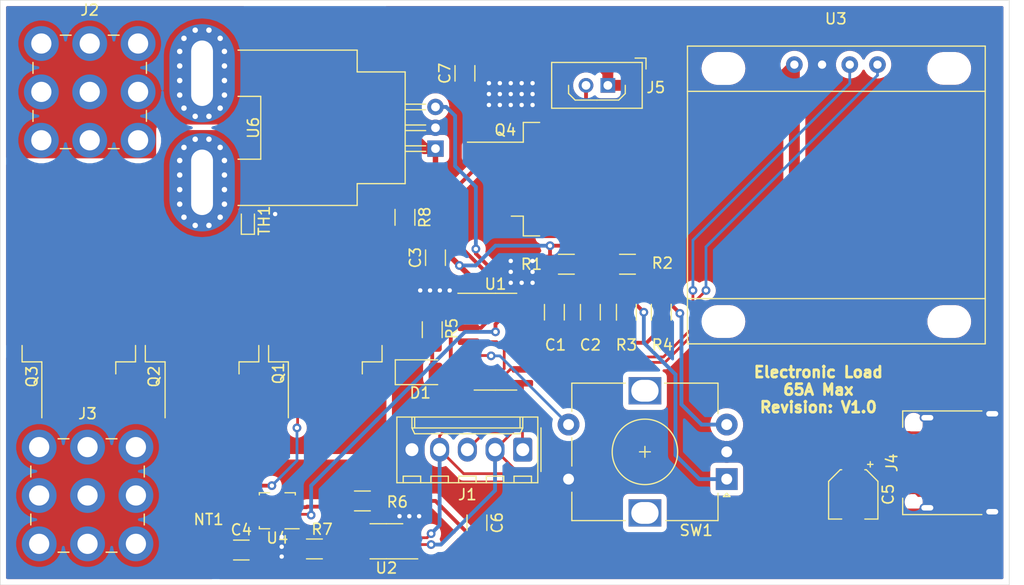
<source format=kicad_pcb>
(kicad_pcb (version 20171130) (host pcbnew "(5.1.9)-1")
  (layers (0 F.Cu signal) (31 B.Cu signal) (34 B.Paste user) (35 F.Paste user) (36 B.SilkS user) (37 F.SilkS user) (38 B.Mask user) (39 F.Mask user) (44 Edge.Cuts user))
  (net 0 "")
  (net 1 EncA)
  (net 2 RETURN)
  (net 3 EncB)
  (net 4 "Net-(D1-Pad2)")
  (net 5 +5V)
  (net 6 SCL)
  (net 7 MISO)
  (net 8 SDA_MOSI)
  (net 9 RESET)
  (net 10 Gate)
  (net 11 Fan_Pin)
  (net 12 "Net-(R5-Pad1)")
  (net 13 Tout)
  (net 14 Enc_SW)
  (net 15 Vout)
  (net 16 "Net-(U2-Pad1)")
  (net 17 "Net-(U2-Pad6)")
  (net 18 GND)
  (net 19 "Net-(J4-PadA2)")
  (net 20 "Net-(J4-PadA3)")
  (net 21 "Net-(J4-PadA5)")
  (net 22 "Net-(J4-PadA6)")
  (net 23 "Net-(J4-PadA7)")
  (net 24 "Net-(J4-PadA10)")
  (net 25 "Net-(J4-PadA8)")
  (net 26 "Net-(J4-PadA11)")
  (net 27 "Net-(J4-PadB2)")
  (net 28 "Net-(J4-PadB3)")
  (net 29 "Net-(J4-PadB5)")
  (net 30 "Net-(J4-PadB6)")
  (net 31 "Net-(J4-PadB7)")
  (net 32 "Net-(J4-PadB8)")
  (net 33 "Net-(J4-PadB10)")
  (net 34 "Net-(J4-PadB11)")
  (net 35 "Net-(J5-Pad2)")
  (net 36 "Net-(R6-Pad2)")
  (net 37 "Net-(R7-Pad1)")
  (net 38 "Net-(U4-Pad1)")
  (net 39 "Net-(U4-Pad5)")
  (net 40 "Net-(U4-Pad8)")
  (net 41 /Load_In)
  (net 42 /MOSFET_Drain)
  (net 43 /A)
  (net 44 /B)
  (net 45 "Net-(U1-Pad10)")
  (module OLED:SSD1306_OLED (layer F.Cu) (at 148.9 46.9)
    (fp_text reference U3 (at 13.6 -2.5) (layer F.SilkS))
    (fp_text value SSD1306)
    (pad 1 thru_hole circle (at 9.8 1.7) (size 1.524 1.524) (drill 0.762) (layers *.Cu *.Mask) (net 5 +5V))
    (pad 2 thru_hole circle (at 12.34 1.7) (size 1.524 1.524) (drill 0.762) (layers *.Cu *.Mask) (net 18 GND))
    (pad 3 thru_hole circle (at 14.88 1.7) (size 1.524 1.524) (drill 0.762) (layers *.Cu *.Mask) (net 6 SCL))
    (pad 4 thru_hole circle (at 17.42 1.7) (size 1.524 1.524) (drill 0.762) (layers *.Cu *.Mask) (net 8 SDA_MOSI))
    (pad "" np_thru_hole oval (at 24 2.05) (size 3 2) (drill oval 3 2) (layers *.Cu *.Mask))
    (pad "" np_thru_hole oval (at 3.3 2.05) (size 3 2) (drill oval 3 2) (layers *.Cu *.Mask))
    (pad "" np_thru_hole oval (at 3.3 25.25) (size 3 2) (drill oval 3 2) (layers *.Cu *.Mask))
    (pad "" np_thru_hole oval (at 24 25.25) (size 3 2) (drill oval 3 2) (layers *.Cu *.Mask))
  )
  (module Connector_Molex:Molex_KK-254_AE-6410-05A_1x05_P2.54mm_Vertical (layer F.Cu) (at 133.8 83.9 180)
    (fp_text reference J1 (at 5.08 -4.12) (layer F.SilkS))
    (fp_text value "Programming Header")
    (pad 1 thru_hole roundrect (at 0 0 180) (size 1.74 2.19) (drill 1.19) (layers *.Cu *.Mask) (roundrect_rratio 0.143678) (net 7 MISO))
    (pad 2 thru_hole oval (at 2.54 0 180) (size 1.74 2.19) (drill 1.19) (layers *.Cu *.Mask) (net 6 SCL))
    (pad 3 thru_hole oval (at 5.08 0 180) (size 1.74 2.19) (drill 1.19) (layers *.Cu *.Mask) (net 9 RESET))
    (pad 4 thru_hole oval (at 7.62 0 180) (size 1.74 2.19) (drill 1.19) (layers *.Cu *.Mask) (net 8 SDA_MOSI))
    (pad 5 thru_hole oval (at 10.16 0 180) (size 1.74 2.19) (drill 1.19) (layers *.Cu *.Mask) (net 18 GND))
  )
  (module Capacitor_SMD:C_1206_3216Metric (layer F.Cu) (at 136.7 71.3 90)
    (fp_text reference C1 (at -3 0.1 180) (layer F.SilkS))
    (fp_text value 0.01uF)
    (pad 1 smd roundrect (at -1.475 0 90) (size 1.15 1.8) (layers F.Cu F.Paste F.Mask) (roundrect_rratio 0.217391) (net 1 EncA))
    (pad 2 smd roundrect (at 1.475 0 90) (size 1.15 1.8) (layers F.Cu F.Paste F.Mask) (roundrect_rratio 0.217391) (net 18 GND))
  )
  (module Capacitor_SMD:C_1206_3216Metric (layer F.Cu) (at 140 71.3 270)
    (fp_text reference C2 (at 3 0 180) (layer F.SilkS))
    (fp_text value 0.01uF)
    (pad 2 smd roundrect (at 1.475 0 270) (size 1.15 1.8) (layers F.Cu F.Paste F.Mask) (roundrect_rratio 0.217391) (net 3 EncB))
    (pad 1 smd roundrect (at -1.475 0 270) (size 1.15 1.8) (layers F.Cu F.Paste F.Mask) (roundrect_rratio 0.217391) (net 18 GND))
  )
  (module LED_SMD:LED_1206_3216Metric (layer F.Cu) (at 124.4 76.8)
    (fp_text reference D1 (at 0 1.9) (layer F.SilkS))
    (fp_text value Red)
    (pad 1 smd roundrect (at -1.4 0) (size 1.25 1.75) (layers F.Cu F.Paste F.Mask) (roundrect_rratio 0.2) (net 18 GND))
    (pad 2 smd roundrect (at 1.4 0) (size 1.25 1.75) (layers F.Cu F.Paste F.Mask) (roundrect_rratio 0.2) (net 4 "Net-(D1-Pad2)"))
  )
  (module TerminalBlock_Wuerth:Wuerth_REDCUBE-THR_WP-THRBU_74650195_THR (layer F.Cu) (at 94.1 51.1)
    (fp_text reference J2 (at 0 -7.5) (layer F.SilkS))
    (fp_text value Load_IN)
    (pad 1 thru_hole circle (at 0 0) (size 3.2 3.2) (drill 1.85) (layers *.Cu *.Mask) (net 41 /Load_In))
    (pad 1 thru_hole circle (at 0 4.435) (size 3.2 3.2) (drill 1.85) (layers *.Cu *.Mask) (net 41 /Load_In))
    (pad 1 thru_hole circle (at 4.435 0) (size 3.2 3.2) (drill 1.85) (layers *.Cu *.Mask) (net 41 /Load_In))
    (pad 1 thru_hole circle (at 0 -4.435) (size 3.2 3.2) (drill 1.85) (layers *.Cu *.Mask) (net 41 /Load_In))
    (pad 1 thru_hole circle (at -4.435 0) (size 3.2 3.2) (drill 1.85) (layers *.Cu *.Mask) (net 41 /Load_In))
    (pad 1 thru_hole circle (at -4.435 4.435) (size 3.2 3.2) (drill 1.85) (layers *.Cu *.Mask) (net 41 /Load_In))
    (pad 1 thru_hole circle (at -4.435 -4.435) (size 3.2 3.2) (drill 1.85) (layers *.Cu *.Mask) (net 41 /Load_In))
    (pad 1 thru_hole circle (at 4.435 -4.435) (size 3.2 3.2) (drill 1.85) (layers *.Cu *.Mask) (net 41 /Load_In))
    (pad 1 thru_hole circle (at 4.435 4.435) (size 3.2 3.2) (drill 1.85) (layers *.Cu *.Mask) (net 41 /Load_In))
  )
  (module Connector_Harwin:Harwin_LTek-Male_02_P2.00mm_Vertical (layer F.Cu) (at 141.6 50.5 180)
    (fp_text reference J5 (at -4.4 -0.2) (layer F.SilkS))
    (fp_text value "Fan Connector")
    (pad 1 thru_hole rect (at 0 0 180) (size 1.35 1.35) (drill 0.8) (layers *.Cu *.Mask) (net 5 +5V))
    (pad 2 thru_hole circle (at 2 0 180) (size 1.35 1.35) (drill 0.8) (layers *.Cu *.Mask) (net 35 "Net-(J5-Pad2)"))
  )
  (module TerminalBlock_Wuerth:Wuerth_REDCUBE-THR_WP-THRBU_74650195_THR (layer F.Cu) (at 93.9 88.1)
    (fp_text reference J3 (at 0 -7.5) (layer F.SilkS))
    (fp_text value Load_OUT)
    (pad 1 thru_hole circle (at 4.435 4.435) (size 3.2 3.2) (drill 1.85) (layers *.Cu *.Mask) (net 2 RETURN))
    (pad 1 thru_hole circle (at 4.435 -4.435) (size 3.2 3.2) (drill 1.85) (layers *.Cu *.Mask) (net 2 RETURN))
    (pad 1 thru_hole circle (at -4.435 -4.435) (size 3.2 3.2) (drill 1.85) (layers *.Cu *.Mask) (net 2 RETURN))
    (pad 1 thru_hole circle (at -4.435 4.435) (size 3.2 3.2) (drill 1.85) (layers *.Cu *.Mask) (net 2 RETURN))
    (pad 1 thru_hole circle (at -4.435 0) (size 3.2 3.2) (drill 1.85) (layers *.Cu *.Mask) (net 2 RETURN))
    (pad 1 thru_hole circle (at 0 -4.435) (size 3.2 3.2) (drill 1.85) (layers *.Cu *.Mask) (net 2 RETURN))
    (pad 1 thru_hole circle (at 4.435 0) (size 3.2 3.2) (drill 1.85) (layers *.Cu *.Mask) (net 2 RETURN))
    (pad 1 thru_hole circle (at 0 4.435) (size 3.2 3.2) (drill 1.85) (layers *.Cu *.Mask) (net 2 RETURN))
    (pad 1 thru_hole circle (at 0 0) (size 3.2 3.2) (drill 1.85) (layers *.Cu *.Mask) (net 2 RETURN))
  )
  (module Connector_USB:USB_C_Receptacle_Amphenol_12401610E4-2A (layer F.Cu) (at 174 85.1 90)
    (fp_text reference J4 (at 0 -6.36 90) (layer F.SilkS))
    (fp_text value USB_C_Receptacle)
    (pad S1 thru_hole oval (at -4.13 -3.11 90) (size 0.8 1.4) (drill oval 0.5 1.1) (layers *.Cu *.Mask) (net 18 GND))
    (pad A1 smd rect (at -2.75 -5.02 90) (size 0.3 0.7) (layers F.Cu F.Paste F.Mask) (net 18 GND))
    (pad A2 smd rect (at -2.25 -5.02 90) (size 0.3 0.7) (layers F.Cu F.Paste F.Mask) (net 19 "Net-(J4-PadA2)"))
    (pad A3 smd rect (at -1.75 -5.02 90) (size 0.3 0.7) (layers F.Cu F.Paste F.Mask) (net 20 "Net-(J4-PadA3)"))
    (pad A4 smd rect (at -1.25 -5.02 90) (size 0.3 0.7) (layers F.Cu F.Paste F.Mask) (net 5 +5V))
    (pad A5 smd rect (at -0.75 -5.02 90) (size 0.3 0.7) (layers F.Cu F.Paste F.Mask) (net 21 "Net-(J4-PadA5)"))
    (pad A6 smd rect (at -0.25 -5.02 90) (size 0.3 0.7) (layers F.Cu F.Paste F.Mask) (net 22 "Net-(J4-PadA6)"))
    (pad A7 smd rect (at 0.25 -5.02 90) (size 0.3 0.7) (layers F.Cu F.Paste F.Mask) (net 23 "Net-(J4-PadA7)"))
    (pad A12 smd rect (at 2.75 -5.02 90) (size 0.3 0.7) (layers F.Cu F.Paste F.Mask) (net 18 GND))
    (pad A10 smd rect (at 1.75 -5.02 90) (size 0.3 0.7) (layers F.Cu F.Paste F.Mask) (net 24 "Net-(J4-PadA10)"))
    (pad A9 smd rect (at 1.25 -5.02 90) (size 0.3 0.7) (layers F.Cu F.Paste F.Mask) (net 5 +5V))
    (pad A8 smd rect (at 0.75 -5.02 90) (size 0.3 0.7) (layers F.Cu F.Paste F.Mask) (net 25 "Net-(J4-PadA8)"))
    (pad A11 smd rect (at 2.25 -5.02 90) (size 0.3 0.7) (layers F.Cu F.Paste F.Mask) (net 26 "Net-(J4-PadA11)"))
    (pad B1 smd rect (at 2.5 -3.32 90) (size 0.3 0.7) (layers F.Cu F.Paste F.Mask) (net 18 GND))
    (pad S1 thru_hole oval (at 4.13 -3.11 90) (size 0.8 1.4) (drill oval 0.5 1.1) (layers *.Cu *.Mask) (net 18 GND))
    (pad S1 thru_hole oval (at 4.49 2.84 90) (size 0.8 1.4) (drill oval 0.5 1.1) (layers *.Cu *.Mask) (net 18 GND))
    (pad S1 thru_hole oval (at -4.49 2.84 90) (size 0.8 1.4) (drill oval 0.5 1.1) (layers *.Cu *.Mask) (net 18 GND))
    (pad "" np_thru_hole oval (at 3.6 -4.36 90) (size 0.95 0.65) (drill oval 0.95 0.65) (layers *.Cu *.Mask))
    (pad "" np_thru_hole circle (at -3.6 -4.36 90) (size 0.65 0.65) (drill 0.65) (layers *.Cu *.Mask))
    (pad B2 smd rect (at 2 -3.32 90) (size 0.3 0.7) (layers F.Cu F.Paste F.Mask) (net 27 "Net-(J4-PadB2)"))
    (pad B3 smd rect (at 1.5 -3.32 90) (size 0.3 0.7) (layers F.Cu F.Paste F.Mask) (net 28 "Net-(J4-PadB3)"))
    (pad B4 smd rect (at 1 -3.32 90) (size 0.3 0.7) (layers F.Cu F.Paste F.Mask) (net 5 +5V))
    (pad B5 smd rect (at 0.5 -3.32 90) (size 0.3 0.7) (layers F.Cu F.Paste F.Mask) (net 29 "Net-(J4-PadB5)"))
    (pad B6 smd rect (at 0 -3.32 90) (size 0.3 0.7) (layers F.Cu F.Paste F.Mask) (net 30 "Net-(J4-PadB6)"))
    (pad B7 smd rect (at -0.5 -3.32 90) (size 0.3 0.7) (layers F.Cu F.Paste F.Mask) (net 31 "Net-(J4-PadB7)"))
    (pad B8 smd rect (at -1 -3.32 90) (size 0.3 0.7) (layers F.Cu F.Paste F.Mask) (net 32 "Net-(J4-PadB8)"))
    (pad B9 smd rect (at -1.5 -3.32 90) (size 0.3 0.7) (layers F.Cu F.Paste F.Mask) (net 5 +5V))
    (pad B10 smd rect (at -2 -3.32 90) (size 0.3 0.7) (layers F.Cu F.Paste F.Mask) (net 33 "Net-(J4-PadB10)"))
    (pad B11 smd rect (at -2.5 -3.32 90) (size 0.3 0.7) (layers F.Cu F.Paste F.Mask) (net 34 "Net-(J4-PadB11)"))
    (pad B12 smd rect (at -3 -3.32 90) (size 0.3 0.7) (layers F.Cu F.Paste F.Mask) (net 18 GND))
  )
  (module Resistor_SMD:R_1206_3216Metric (layer F.Cu) (at 137.8 66.9)
    (fp_text reference R1 (at -3.2 0 180) (layer F.SilkS))
    (fp_text value 10k)
    (pad 1 smd roundrect (at -1.4625 0) (size 1.125 1.75) (layers F.Cu F.Paste F.Mask) (roundrect_rratio 0.222222) (net 5 +5V))
    (pad 2 smd roundrect (at 1.4625 0) (size 1.125 1.75) (layers F.Cu F.Paste F.Mask) (roundrect_rratio 0.222222) (net 43 /A))
  )
  (module Resistor_SMD:R_1206_3216Metric (layer F.Cu) (at 143.4 66.9)
    (fp_text reference R2 (at 3.2 -0.1 -180) (layer F.SilkS))
    (fp_text value 10k)
    (pad 2 smd roundrect (at 1.4625 0) (size 1.125 1.75) (layers F.Cu F.Paste F.Mask) (roundrect_rratio 0.222222) (net 44 /B))
    (pad 1 smd roundrect (at -1.4625 0) (size 1.125 1.75) (layers F.Cu F.Paste F.Mask) (roundrect_rratio 0.222222) (net 5 +5V))
  )
  (module Resistor_SMD:R_1206_3216Metric (layer F.Cu) (at 125.5 72.9 270)
    (fp_text reference R5 (at -0.1 -1.8 90) (layer F.SilkS))
    (fp_text value 220)
    (pad 1 smd roundrect (at -1.4625 0 270) (size 1.125 1.75) (layers F.Cu F.Paste F.Mask) (roundrect_rratio 0.222222) (net 12 "Net-(R5-Pad1)"))
    (pad 2 smd roundrect (at 1.4625 0 270) (size 1.125 1.75) (layers F.Cu F.Paste F.Mask) (roundrect_rratio 0.222222) (net 4 "Net-(D1-Pad2)"))
  )
  (module Resistor_SMD:R_1206_3216Metric (layer F.Cu) (at 119.1 88.6 180)
    (fp_text reference R6 (at -3.2 -0.1 180) (layer F.SilkS))
    (fp_text value R)
    (pad 2 smd roundrect (at 1.4625 0 180) (size 1.125 1.75) (layers F.Cu F.Paste F.Mask) (roundrect_rratio 0.222222) (net 36 "Net-(R6-Pad2)"))
    (pad 1 smd roundrect (at -1.4625 0 180) (size 1.125 1.75) (layers F.Cu F.Paste F.Mask) (roundrect_rratio 0.222222) (net 5 +5V))
  )
  (module Resistor_SMD:R_1206_3216Metric (layer F.Cu) (at 114.7 93 180)
    (fp_text reference R7 (at -0.7 1.8) (layer F.SilkS))
    (fp_text value R)
    (pad 1 smd roundrect (at -1.4625 0 180) (size 1.125 1.75) (layers F.Cu F.Paste F.Mask) (roundrect_rratio 0.222222) (net 37 "Net-(R7-Pad1)"))
    (pad 2 smd roundrect (at 1.4625 0 180) (size 1.125 1.75) (layers F.Cu F.Paste F.Mask) (roundrect_rratio 0.222222) (net 18 GND))
  )
  (module Resistor_SMD:R_1206_3216Metric (layer F.Cu) (at 146.5 71.3 270)
    (fp_text reference R4 (at 3 -0.1) (layer F.SilkS))
    (fp_text value 10k)
    (pad 2 smd roundrect (at 1.4625 0 270) (size 1.125 1.75) (layers F.Cu F.Paste F.Mask) (roundrect_rratio 0.222222) (net 3 EncB))
    (pad 1 smd roundrect (at -1.4625 0 270) (size 1.125 1.75) (layers F.Cu F.Paste F.Mask) (roundrect_rratio 0.222222) (net 44 /B))
  )
  (module Resistor_SMD:R_1206_3216Metric (layer F.Cu) (at 143.3 71.3 90)
    (fp_text reference R3 (at -3 0) (layer F.SilkS))
    (fp_text value 10k)
    (pad 1 smd roundrect (at -1.4625 0 90) (size 1.125 1.75) (layers F.Cu F.Paste F.Mask) (roundrect_rratio 0.222222) (net 1 EncA))
    (pad 2 smd roundrect (at 1.4625 0 90) (size 1.125 1.75) (layers F.Cu F.Paste F.Mask) (roundrect_rratio 0.222222) (net 43 /A))
  )
  (module Resistor_SMD:R_1206_3216Metric (layer F.Cu) (at 123 62.6 270)
    (fp_text reference R8 (at 0 -1.82 90) (layer F.SilkS))
    (fp_text value 10k)
    (pad 2 smd roundrect (at 1.4625 0 270) (size 1.125 1.75) (layers F.Cu F.Paste F.Mask) (roundrect_rratio 0.222222) (net 13 Tout))
    (pad 1 smd roundrect (at -1.4625 0 270) (size 1.125 1.75) (layers F.Cu F.Paste F.Mask) (roundrect_rratio 0.222222) (net 5 +5V))
  )
  (module Rotary_Encoder:RotaryEncoder_Alps_EC12E-Switch_Vertical_H20mm (layer F.Cu) (at 152.5 86.6 180)
    (fp_text reference SW1 (at 2.8 -4.7) (layer F.SilkS))
    (fp_text value Rotary_Encoder_Switch)
    (pad S2 thru_hole circle (at 14.5 5 180) (size 2 2) (drill 1) (layers *.Cu *.Mask) (net 14 Enc_SW))
    (pad S1 thru_hole circle (at 14.5 0 180) (size 2 2) (drill 1) (layers *.Cu *.Mask) (net 18 GND))
    (pad MP thru_hole rect (at 7.5 8.1 180) (size 3 2.5) (drill oval 2.5 2) (layers *.Cu *.Mask))
    (pad MP thru_hole rect (at 7.5 -3.1 180) (size 3 2.5) (drill oval 2.5 2) (layers *.Cu *.Mask))
    (pad B thru_hole circle (at 0 5 180) (size 2 2) (drill 1) (layers *.Cu *.Mask) (net 44 /B))
    (pad C thru_hole circle (at 0 2.5 180) (size 2 2) (drill 1) (layers *.Cu *.Mask) (net 18 GND))
    (pad A thru_hole rect (at 0 0 180) (size 2 2) (drill 1) (layers *.Cu *.Mask) (net 43 /A))
  )
  (module Diode_SMD:D_SOD-523 (layer F.Cu) (at 108.6 63 90)
    (fp_text reference TH1 (at 0.1 1.5 90) (layer F.SilkS))
    (fp_text value 10k)
    (pad 2 smd rect (at 0.7 0 270) (size 0.6 0.7) (layers F.Cu F.Paste F.Mask) (net 18 GND))
    (pad 1 smd rect (at -0.7 0 270) (size 0.6 0.7) (layers F.Cu F.Paste F.Mask) (net 13 Tout))
  )
  (module Package_SO:SOIC-14_3.9x8.7mm_P1.27mm (layer F.Cu) (at 131.3 74)
    (fp_text reference U1 (at 0 -5.28) (layer F.SilkS))
    (fp_text value ATtiny84-20SSU)
    (pad 1 smd roundrect (at -2.475 -3.81) (size 1.95 0.6) (layers F.Cu F.Paste F.Mask) (net 5 +5V))
    (pad 2 smd roundrect (at -2.475 -2.54) (size 1.95 0.6) (layers F.Cu F.Paste F.Mask) (net 12 "Net-(R5-Pad1)"))
    (pad 3 smd roundrect (at -2.475 -1.27) (size 1.95 0.6) (layers F.Cu F.Paste F.Mask) (net 11 Fan_Pin))
    (pad 4 smd roundrect (at -2.475 0) (size 1.95 0.6) (layers F.Cu F.Paste F.Mask) (net 9 RESET))
    (pad 5 smd roundrect (at -2.475 1.27) (size 1.95 0.6) (layers F.Cu F.Paste F.Mask) (net 14 Enc_SW))
    (pad 6 smd roundrect (at -2.475 2.54) (size 1.95 0.6) (layers F.Cu F.Paste F.Mask) (net 13 Tout))
    (pad 7 smd roundrect (at -2.475 3.81) (size 1.95 0.6) (layers F.Cu F.Paste F.Mask) (net 8 SDA_MOSI))
    (pad 8 smd roundrect (at 2.475 3.81) (size 1.95 0.6) (layers F.Cu F.Paste F.Mask) (net 7 MISO))
    (pad 9 smd roundrect (at 2.475 2.54) (size 1.95 0.6) (layers F.Cu F.Paste F.Mask) (net 6 SCL))
    (pad 10 smd roundrect (at 2.475 1.27) (size 1.95 0.6) (layers F.Cu F.Paste F.Mask) (net 45 "Net-(U1-Pad10)"))
    (pad 11 smd roundrect (at 2.475 0) (size 1.95 0.6) (layers F.Cu F.Paste F.Mask) (net 3 EncB))
    (pad 12 smd roundrect (at 2.475 -1.27) (size 1.95 0.6) (layers F.Cu F.Paste F.Mask) (net 1 EncA))
    (pad 13 smd roundrect (at 2.475 -2.54) (size 1.95 0.6) (layers F.Cu F.Paste F.Mask) (net 15 Vout))
    (pad 14 smd roundrect (at 2.475 -3.81) (size 1.95 0.6) (layers F.Cu F.Paste F.Mask) (net 18 GND))
  )
  (module Package_SO:MSOP-8-1EP_3x3mm_P0.65mm_EP1.95x2.15mm (layer F.Cu) (at 121.3 92.3 180)
    (fp_text reference U2 (at 0 -2.45) (layer F.SilkS))
    (fp_text value MCP4551)
    (pad 1 smd roundrect (at -2.15 -0.975 180) (size 1.45 0.4) (layers F.Cu F.Paste F.Mask) (net 16 "Net-(U2-Pad1)"))
    (pad 2 smd roundrect (at -2.15 -0.325 180) (size 1.45 0.4) (layers F.Cu F.Paste F.Mask) (net 6 SCL))
    (pad 3 smd roundrect (at -2.15 0.325 180) (size 1.45 0.4) (layers F.Cu F.Paste F.Mask) (net 8 SDA_MOSI))
    (pad 4 smd roundrect (at -2.15 0.975 180) (size 1.45 0.4) (layers F.Cu F.Paste F.Mask) (net 18 GND))
    (pad 5 smd roundrect (at 2.15 0.975 180) (size 1.45 0.4) (layers F.Cu F.Paste F.Mask) (net 36 "Net-(R6-Pad2)"))
    (pad 6 smd roundrect (at 2.15 0.325 180) (size 1.45 0.4) (layers F.Cu F.Paste F.Mask) (net 17 "Net-(U2-Pad6)"))
    (pad 7 smd roundrect (at 2.15 -0.325 180) (size 1.45 0.4) (layers F.Cu F.Paste F.Mask) (net 37 "Net-(R7-Pad1)"))
    (pad 8 smd roundrect (at 2.15 -0.975 180) (size 1.45 0.4) (layers F.Cu F.Paste F.Mask) (net 5 +5V))
    (pad 9 smd rect (at 0 0 180) (size 1.95 2.15) (layers F.Cu F.Mask))
  )
  (module Sensor_Current:Allegro_CB_PFF (layer F.Cu) (at 125.8 56.3 90)
    (fp_text reference U6 (at 1.91 -16.7 90) (layer F.SilkS))
    (fp_text value ACS758xCB-150U-PFF)
    (pad 4 thru_hole circle (at 10.86 -20.77 90) (size 0.8 0.8) (drill 0.5) (layers *.Cu *.Mask) (net 41 /Load_In))
    (pad 4 thru_hole circle (at 4.91 -23.45 90) (size 0.8 0.8) (drill 0.5) (layers *.Cu *.Mask) (net 41 /Load_In))
    (pad 4 thru_hole circle (at 6.24 -23.45 90) (size 0.8 0.8) (drill 0.5) (layers *.Cu *.Mask) (net 41 /Load_In))
    (pad 4 thru_hole circle (at 7.58 -23.45 90) (size 0.8 0.8) (drill 0.5) (layers *.Cu *.Mask) (net 41 /Load_In))
    (pad 4 thru_hole circle (at 8.91 -23.45 90) (size 0.8 0.8) (drill 0.5) (layers *.Cu *.Mask) (net 41 /Load_In))
    (pad 4 thru_hole circle (at 4.91 -19.35 90) (size 0.8 0.8) (drill 0.5) (layers *.Cu *.Mask) (net 41 /Load_In))
    (pad 4 thru_hole circle (at 6.24 -19.35 90) (size 0.8 0.8) (drill 0.5) (layers *.Cu *.Mask) (net 41 /Load_In))
    (pad 4 thru_hole circle (at 7.58 -19.35 90) (size 0.8 0.8) (drill 0.5) (layers *.Cu *.Mask) (net 41 /Load_In))
    (pad 4 thru_hole circle (at 8.91 -19.35 90) (size 0.8 0.8) (drill 0.5) (layers *.Cu *.Mask) (net 41 /Load_In))
    (pad 4 thru_hole circle (at 10.86 -22.03 90) (size 0.8 0.8) (drill 0.5) (layers *.Cu *.Mask) (net 41 /Load_In))
    (pad 4 thru_hole circle (at 10.11 -23.06 90) (size 0.8 0.8) (drill 0.5) (layers *.Cu *.Mask) (net 41 /Load_In))
    (pad 4 thru_hole circle (at 10.11 -19.74 90) (size 0.8 0.8) (drill 0.5) (layers *.Cu *.Mask) (net 41 /Load_In))
    (pad 4 thru_hole oval (at 2.96 -22.03 155) (size 0.8 0.8) (drill 0.5) (layers *.Cu *.Mask) (net 41 /Load_In))
    (pad 4 thru_hole oval (at 2.96 -20.77 25) (size 0.8 0.8) (drill 0.5) (layers *.Cu *.Mask) (net 41 /Load_In))
    (pad 4 thru_hole circle (at 3.71 -23.06 90) (size 0.8 0.8) (drill 0.5) (layers *.Cu *.Mask) (net 41 /Load_In))
    (pad 4 thru_hole circle (at 3.71 -19.74 90) (size 0.8 0.8) (drill 0.5) (layers *.Cu *.Mask) (net 41 /Load_In))
    (pad 5 thru_hole circle (at -1.09 -23.45 90) (size 0.8 0.8) (drill 0.5) (layers *.Cu *.Mask) (net 42 /MOSFET_Drain))
    (pad 5 thru_hole circle (at -5.09 -23.45 90) (size 0.8 0.8) (drill 0.5) (layers *.Cu *.Mask) (net 42 /MOSFET_Drain))
    (pad 5 thru_hole circle (at -3.76 -23.45 90) (size 0.8 0.8) (drill 0.5) (layers *.Cu *.Mask) (net 42 /MOSFET_Drain))
    (pad 5 thru_hole circle (at -2.42 -23.45 90) (size 0.8 0.8) (drill 0.5) (layers *.Cu *.Mask) (net 42 /MOSFET_Drain))
    (pad 5 thru_hole circle (at -5.09 -19.35 90) (size 0.8 0.8) (drill 0.5) (layers *.Cu *.Mask) (net 42 /MOSFET_Drain))
    (pad 5 thru_hole circle (at -1.09 -19.35 90) (size 0.8 0.8) (drill 0.5) (layers *.Cu *.Mask) (net 42 /MOSFET_Drain))
    (pad 5 thru_hole circle (at -3.76 -19.35 90) (size 0.8 0.8) (drill 0.5) (layers *.Cu *.Mask) (net 42 /MOSFET_Drain))
    (pad 5 thru_hole circle (at -2.42 -19.35 90) (size 0.8 0.8) (drill 0.5) (layers *.Cu *.Mask) (net 42 /MOSFET_Drain))
    (pad 5 thru_hole circle (at -6.29 -23.06 90) (size 0.8 0.8) (drill 0.5) (layers *.Cu *.Mask) (net 42 /MOSFET_Drain))
    (pad 5 thru_hole circle (at -6.29 -19.74 90) (size 0.8 0.8) (drill 0.5) (layers *.Cu *.Mask) (net 42 /MOSFET_Drain))
    (pad 5 thru_hole circle (at -7.04 -20.77 90) (size 0.8 0.8) (drill 0.5) (layers *.Cu *.Mask) (net 42 /MOSFET_Drain))
    (pad 5 thru_hole circle (at -7.04 -22.03 90) (size 0.8 0.8) (drill 0.5) (layers *.Cu *.Mask) (net 42 /MOSFET_Drain))
    (pad 5 thru_hole circle (at 0.11 -23.06 90) (size 0.8 0.8) (drill 0.5) (layers *.Cu *.Mask) (net 42 /MOSFET_Drain))
    (pad 5 thru_hole circle (at 0.11 -19.74 90) (size 0.8 0.8) (drill 0.5) (layers *.Cu *.Mask) (net 42 /MOSFET_Drain))
    (pad 5 thru_hole oval (at 0.86 -20.77 155) (size 0.8 0.8) (drill 0.5) (layers *.Cu *.Mask) (net 42 /MOSFET_Drain))
    (pad 5 thru_hole oval (at 0.86 -22.03 25) (size 0.8 0.8) (drill 0.5) (layers *.Cu *.Mask) (net 42 /MOSFET_Drain))
    (pad 2 thru_hole circle (at 1.91 0 90) (size 1.5 1.5) (drill 0.8) (layers *.Cu *.Mask) (net 18 GND))
    (pad 3 thru_hole circle (at 3.82 0 90) (size 1.5 1.5) (drill 0.8) (layers *.Cu *.Mask) (net 15 Vout))
    (pad 1 thru_hole rect (at 0 0 90) (size 1.5 1.5) (drill 0.8) (layers *.Cu *.Mask) (net 5 +5V))
    (pad 4 thru_hole oval (at 6.91 -21.4 90) (size 9 6) (drill oval 6 2) (layers *.Cu *.Mask) (net 41 /Load_In))
    (pad 5 thru_hole oval (at -3.09 -21.4 90) (size 9 6) (drill oval 6 2) (layers *.Cu *.Mask) (net 42 /MOSFET_Drain))
  )
  (module Package_TO_SOT_SMD:TO-263-2 (layer F.Cu) (at 115.7 72.9 90)
    (fp_text reference Q1 (at -4 -4.3 90) (layer F.SilkS))
    (fp_text value IRFS3306)
    (pad 1 smd rect (at -5.775 -2.54 90) (size 4.6 1.1) (layers F.Cu F.Paste F.Mask) (net 10 Gate))
    (pad 3 smd rect (at -5.775 2.54 90) (size 4.6 1.1) (layers F.Cu F.Paste F.Mask) (net 2 RETURN))
    (pad 2 smd rect (at 3.375 0 90) (size 9.4 10.8) (layers F.Cu F.Mask) (net 42 /MOSFET_Drain))
  )
  (module Package_TO_SOT_SMD:TO-263-2 (layer F.Cu) (at 104.4 72.9 90)
    (fp_text reference Q2 (at -4.3 -4.4 90) (layer F.SilkS))
    (fp_text value IRFS3306)
    (pad 2 smd rect (at 3.375 0 90) (size 9.4 10.8) (layers F.Cu F.Mask) (net 42 /MOSFET_Drain))
    (pad 3 smd rect (at -5.775 2.54 90) (size 4.6 1.1) (layers F.Cu F.Paste F.Mask) (net 2 RETURN))
    (pad 1 smd rect (at -5.775 -2.54 90) (size 4.6 1.1) (layers F.Cu F.Paste F.Mask) (net 10 Gate))
  )
  (module Package_TO_SOT_SMD:TO-263-2 (layer F.Cu) (at 93.1 72.9 90)
    (fp_text reference Q3 (at -4.3 -4.3 90) (layer F.SilkS))
    (fp_text value IRFS3306)
    (pad 1 smd rect (at -5.775 -2.54 90) (size 4.6 1.1) (layers F.Cu F.Paste F.Mask) (net 10 Gate))
    (pad 3 smd rect (at -5.775 2.54 90) (size 4.6 1.1) (layers F.Cu F.Paste F.Mask) (net 2 RETURN))
    (pad 2 smd rect (at 3.375 0 90) (size 9.4 10.8) (layers F.Cu F.Mask) (net 42 /MOSFET_Drain))
  )
  (module Package_TO_SOT_SMD:TO-263-2 (layer F.Cu) (at 136.8 59.1)
    (fp_text reference Q4 (at -4.6 -4.5) (layer F.SilkS))
    (fp_text value IRFS3306)
    (pad 2 smd rect (at 3.375 0) (size 9.4 10.8) (layers F.Cu F.Mask) (net 35 "Net-(J5-Pad2)"))
    (pad 3 smd rect (at -5.775 2.54) (size 4.6 1.1) (layers F.Cu F.Paste F.Mask) (net 18 GND))
    (pad 1 smd rect (at -5.775 -2.54) (size 4.6 1.1) (layers F.Cu F.Paste F.Mask) (net 11 Fan_Pin))
  )
  (module NetTie:NetTie-2_SMD_Pad2.0mm (layer F.Cu) (at 105 88.3 180)
    (fp_text reference NT1 (at 0 -2) (layer F.SilkS))
    (fp_text value Net-Tie_2)
    (fp_poly (pts (xy -2 -1) (xy 2 -1) (xy 2 1) (xy -2 1)) (layer F.Cu) (width 0))
    (pad 1 smd circle (at -2 0 180) (size 2 2) (layers F.Cu) (net 18 GND))
    (pad 2 smd circle (at 2 0 180) (size 2 2) (layers F.Cu) (net 2 RETURN))
  )
  (module Package_SON:Texas_S-PVSON-N8 (layer F.Cu) (at 111.3 89.5 180)
    (fp_text reference U4 (at 0 -2.5) (layer F.SilkS))
    (fp_text value OPA277)
    (pad 1 smd oval (at -1.55 -0.975 180) (size 0.65 0.4) (layers F.Cu F.Paste F.Mask) (net 38 "Net-(U4-Pad1)"))
    (pad 2 smd oval (at -1.55 -0.325 180) (size 0.65 0.4) (layers F.Cu F.Paste F.Mask) (net 15 Vout))
    (pad 3 smd rect (at -1.75 0.325 180) (size 0.3 0.4) (layers F.Cu F.Paste F.Mask) (net 17 "Net-(U2-Pad6)"))
    (pad 4 smd oval (at -1.55 0.975 180) (size 0.65 0.4) (layers F.Cu F.Paste F.Mask) (net 18 GND))
    (pad 5 smd oval (at 1.55 0.975 180) (size 0.65 0.4) (layers F.Cu F.Paste F.Mask) (net 39 "Net-(U4-Pad5)"))
    (pad 6 smd oval (at 1.55 0.325 180) (size 0.65 0.4) (layers F.Cu F.Paste F.Mask) (net 10 Gate))
    (pad 7 smd rect (at 1.75 -0.325 180) (size 0.3 0.4) (layers F.Cu F.Paste F.Mask) (net 5 +5V))
    (pad 8 smd rect (at 1.75 -0.975 180) (size 0.3 0.4) (layers F.Cu F.Paste F.Mask) (net 40 "Net-(U4-Pad8)"))
    (pad 9 smd rect (at -0.45 -0.625 180) (size 0.65 1) (layers F.Cu F.Paste F.Mask))
    (pad 9 smd rect (at 0.45 -0.625 180) (size 0.65 1) (layers F.Cu F.Paste F.Mask))
    (pad 9 smd rect (at -0.45 0.625 180) (size 0.65 1) (layers F.Cu F.Paste F.Mask))
    (pad 9 smd rect (at 0.45 0.625 180) (size 0.65 1) (layers F.Cu F.Paste F.Mask))
    (pad 9 smd rect (at 0 0 180) (size 1.65 2.4) (layers F.Cu F.Mask))
    (pad 1 smd rect (at -1.75 -0.975 180) (size 0.3 0.4) (layers F.Cu F.Paste F.Mask) (net 38 "Net-(U4-Pad1)"))
    (pad 2 smd rect (at -1.75 -0.325 180) (size 0.3 0.4) (layers F.Cu F.Paste F.Mask) (net 15 Vout))
    (pad 3 smd oval (at -1.55 0.325 180) (size 0.65 0.4) (layers F.Cu F.Paste F.Mask) (net 17 "Net-(U2-Pad6)"))
    (pad 4 smd rect (at -1.75 0.975 180) (size 0.3 0.4) (layers F.Cu F.Paste F.Mask) (net 18 GND))
    (pad 5 smd rect (at 1.75 0.975 180) (size 0.3 0.4) (layers F.Cu F.Paste F.Mask) (net 39 "Net-(U4-Pad5)"))
    (pad 6 smd rect (at 1.75 0.325 180) (size 0.3 0.4) (layers F.Cu F.Paste F.Mask) (net 10 Gate))
    (pad 7 smd oval (at 1.55 -0.325 180) (size 0.65 0.4) (layers F.Cu F.Paste F.Mask) (net 5 +5V))
    (pad 8 smd oval (at 1.55 -0.975 180) (size 0.65 0.4) (layers F.Cu F.Paste F.Mask) (net 40 "Net-(U4-Pad8)"))
  )
  (module Capacitor_SMD:C_1206_3216Metric (layer F.Cu) (at 108 93.1)
    (fp_text reference C4 (at 0 -1.85) (layer F.SilkS))
    (fp_text value 1uF)
    (pad 1 smd roundrect (at -1.475 0) (size 1.15 1.8) (layers F.Cu F.Paste F.Mask) (roundrect_rratio 0.217391) (net 18 GND))
    (pad 2 smd roundrect (at 1.475 0) (size 1.15 1.8) (layers F.Cu F.Paste F.Mask) (roundrect_rratio 0.217391) (net 5 +5V))
  )
  (module Capacitor_SMD:C_1206_3216Metric (layer F.Cu) (at 125.8 66.3 90)
    (fp_text reference C3 (at 0 -1.85 90) (layer F.SilkS))
    (fp_text value 1uF)
    (pad 1 smd roundrect (at -1.475 0 90) (size 1.15 1.8) (layers F.Cu F.Paste F.Mask) (roundrect_rratio 0.217391) (net 18 GND))
    (pad 2 smd roundrect (at 1.475 0 90) (size 1.15 1.8) (layers F.Cu F.Paste F.Mask) (roundrect_rratio 0.217391) (net 5 +5V))
  )
  (module Capacitor_SMD:CP_Elec_4x5.4 (layer F.Cu) (at 164.1 88 270)
    (fp_text reference C5 (at 0 -3.2 90) (layer F.SilkS))
    (fp_text value 10uF)
    (pad 1 smd roundrect (at -1.8 0 270) (size 2.6 1.6) (layers F.Cu F.Paste F.Mask) (roundrect_rratio 0.15625) (net 5 +5V))
    (pad 2 smd roundrect (at 1.8 0 270) (size 2.6 1.6) (layers F.Cu F.Paste F.Mask) (roundrect_rratio 0.15625) (net 18 GND))
  )
  (module Capacitor_SMD:C_1206_3216Metric (layer F.Cu) (at 129.6 90.6 270)
    (fp_text reference C6 (at 0 -1.85 90) (layer F.SilkS))
    (fp_text value 1uF)
    (pad 1 smd roundrect (at -1.475 0 270) (size 1.15 1.8) (layers F.Cu F.Paste F.Mask) (roundrect_rratio 0.217391) (net 18 GND))
    (pad 2 smd roundrect (at 1.475 0 270) (size 1.15 1.8) (layers F.Cu F.Paste F.Mask) (roundrect_rratio 0.217391) (net 5 +5V))
  )
  (module Capacitor_SMD:C_1206_3216Metric (layer F.Cu) (at 128.5 49.4 90)
    (fp_text reference C7 (at 0 -1.85 90) (layer F.SilkS))
    (fp_text value 1uF)
    (pad 1 smd roundrect (at -1.475 0 90) (size 1.15 1.8) (layers F.Cu F.Paste F.Mask) (roundrect_rratio 0.217391) (net 18 GND))
    (pad 2 smd roundrect (at 1.475 0 90) (size 1.15 1.8) (layers F.Cu F.Paste F.Mask) (roundrect_rratio 0.217391) (net 5 +5V))
  )
  (gr_line (start 178.4 42.7) (end 85.9 42.7) (layer Edge.Cuts) (width 0.05))
  (gr_line (start 178.4 96.3) (end 178.4 42.7) (layer Edge.Cuts) (width 0.05))
  (gr_line (start 85.9 96.3) (end 178.4 96.3) (layer Edge.Cuts) (width 0.05))
  (gr_line (start 85.9 42.7) (end 85.9 96.3) (layer Edge.Cuts) (width 0.05))
  (gr_text "Electronic Load\n65A Max\nRevision: V1.0" (at 160.9 78.4) (layer F.SilkS) (effects (font (size 1 1) (thickness 0.25))))
  (via (at 130.9 75.3) (size 0.8) (drill 0.4) (layers F.Cu B.Cu) (net 14))
  (segment (start 136.7125 72.7625) (end 136.7 72.775) (width 0.25) (layer F.Cu) (net 1))
  (segment (start 136.655 72.73) (end 136.7 72.775) (width 0.25) (layer F.Cu) (net 1))
  (segment (start 133.775 72.73) (end 136.655 72.73) (width 0.25) (layer F.Cu) (net 1))
  (segment (start 143.3 72.7625) (end 143.3 72.1) (width 0.35) (layer F.Cu) (net 1))
  (segment (start 143.3 72.1) (end 142.5 71.3) (width 0.35) (layer F.Cu) (net 1))
  (segment (start 142.5 71.3) (end 137.7 71.3) (width 0.35) (layer F.Cu) (net 1))
  (segment (start 136.7 72.3) (end 136.7 72.775) (width 0.35) (layer F.Cu) (net 1))
  (segment (start 137.7 71.3) (end 136.7 72.3) (width 0.35) (layer F.Cu) (net 1))
  (segment (start 98.535 88.3) (end 98.335 88.1) (width 0.25) (layer F.Cu) (net 2))
  (segment (start 103 88.3) (end 98.535 88.3) (width 0.25) (layer F.Cu) (net 2))
  (segment (start 146.5 72.7625) (end 145.1625 74.1) (width 0.35) (layer F.Cu) (net 3))
  (segment (start 141.325 74.1) (end 140 72.775) (width 0.35) (layer F.Cu) (net 3))
  (segment (start 145.1625 74.1) (end 141.325 74.1) (width 0.35) (layer F.Cu) (net 3))
  (segment (start 138.775 74) (end 140 72.775) (width 0.35) (layer F.Cu) (net 3))
  (segment (start 133.775 74) (end 138.775 74) (width 0.35) (layer F.Cu) (net 3))
  (segment (start 125.5 76.5) (end 125.8 76.8) (width 0.35) (layer F.Cu) (net 4))
  (segment (start 125.5 74.3625) (end 125.5 76.5) (width 0.35) (layer F.Cu) (net 4))
  (via (at 136.3 65.2) (size 0.8) (drill 0.4) (layers F.Cu B.Cu) (net 5))
  (segment (start 169.88 84.1) (end 170.68 84.1) (width 0.3) (layer F.Cu) (net 5))
  (segment (start 169.63 83.85) (end 169.88 84.1) (width 0.3) (layer F.Cu) (net 5))
  (segment (start 168.98 83.85) (end 169.63 83.85) (width 0.3) (layer F.Cu) (net 5))
  (segment (start 169.610002 86.35) (end 168.98 86.35) (width 0.3) (layer F.Cu) (net 5))
  (segment (start 169.860002 86.6) (end 169.610002 86.35) (width 0.3) (layer F.Cu) (net 5))
  (segment (start 170.68 86.6) (end 169.860002 86.6) (width 0.3) (layer F.Cu) (net 5))
  (segment (start 164.25 86.35) (end 164.2 86.3) (width 0.25) (layer F.Cu) (net 5))
  (segment (start 168.98 86.35) (end 164.25 86.35) (width 0.25) (layer F.Cu) (net 5))
  (segment (start 166.65 83.85) (end 164.2 86.3) (width 0.25) (layer F.Cu) (net 5))
  (segment (start 168.98 83.85) (end 166.65 83.85) (width 0.25) (layer F.Cu) (net 5))
  (segment (start 141.6 50.5) (end 145 50.5) (width 1) (layer F.Cu) (net 5))
  (segment (start 145 50.5) (end 146.2 51.7) (width 1) (layer F.Cu) (net 5))
  (segment (start 155.6 51.7) (end 158.7 48.6) (width 1) (layer F.Cu) (net 5))
  (segment (start 146.2 51.7) (end 155.6 51.7) (width 1) (layer F.Cu) (net 5))
  (segment (start 164.2 86.3) (end 164.2 71.8) (width 1) (layer F.Cu) (net 5))
  (segment (start 158.7 66.3) (end 158.7 48.6) (width 1) (layer F.Cu) (net 5))
  (segment (start 164.2 71.8) (end 158.7 66.3) (width 1) (layer F.Cu) (net 5))
  (segment (start 141.6 50.5) (end 141.6 49.3) (width 1) (layer F.Cu) (net 5))
  (segment (start 141.6 49.3) (end 141.424999 49.124999) (width 1) (layer F.Cu) (net 5))
  (segment (start 109.15 89.825) (end 109.55 89.825) (width 0.25) (layer F.Cu) (net 5))
  (segment (start 109.475 93.1) (end 111.075 94.7) (width 0.35) (layer F.Cu) (net 5))
  (segment (start 117.725 94.7) (end 119.15 93.275) (width 0.35) (layer F.Cu) (net 5))
  (segment (start 111.075 94.7) (end 117.725 94.7) (width 0.35) (layer F.Cu) (net 5))
  (segment (start 124.8 56.3) (end 125.8 56.3) (width 1) (layer F.Cu) (net 5))
  (segment (start 123.6 55.1) (end 124.8 56.3) (width 1) (layer F.Cu) (net 5))
  (segment (start 123.6 51) (end 123.6 55.1) (width 1) (layer F.Cu) (net 5))
  (segment (start 126.7 47.9) (end 123.6 51) (width 1) (layer F.Cu) (net 5))
  (segment (start 140.2 47.9) (end 126.7 47.9) (width 1) (layer F.Cu) (net 5))
  (segment (start 141.6 49.3) (end 140.2 47.9) (width 1) (layer F.Cu) (net 5))
  (segment (start 125.8 56.3) (end 125.8 58.1) (width 0.35) (layer F.Cu) (net 5))
  (segment (start 125.8 58.1) (end 125.8 58.3375) (width 0.35) (layer F.Cu) (net 5))
  (segment (start 109.475 93.1) (end 108.7 92.325) (width 0.35) (layer F.Cu) (net 5))
  (segment (start 108.7 90.275) (end 108.7 92.325) (width 0.35) (layer F.Cu) (net 5))
  (segment (start 109.15 89.825) (end 108.7 90.275) (width 0.35) (layer F.Cu) (net 5))
  (segment (start 109.75 89.825) (end 109.15 89.825) (width 0.35) (layer F.Cu) (net 5))
  (segment (start 129.375 92.175) (end 129.6 92.175) (width 0.35) (layer F.Cu) (net 5))
  (segment (start 125.8 88.6) (end 129.375 92.175) (width 0.35) (layer F.Cu) (net 5))
  (segment (start 120.5625 88.6) (end 125.8 88.6) (width 0.35) (layer F.Cu) (net 5))
  (segment (start 127.925 92.175) (end 125.4 94.7) (width 0.35) (layer F.Cu) (net 5))
  (segment (start 129.6 92.175) (end 127.925 92.175) (width 0.35) (layer F.Cu) (net 5))
  (segment (start 117.725 94.7) (end 125.4 94.7) (width 0.35) (layer F.Cu) (net 5))
  (segment (start 155.925 92.075) (end 161.7 86.3) (width 1) (layer F.Cu) (net 5))
  (segment (start 161.7 86.3) (end 164.2 86.3) (width 1) (layer F.Cu) (net 5))
  (segment (start 129.6 92.075) (end 155.925 92.075) (width 1) (layer F.Cu) (net 5))
  (segment (start 136.3 65.2) (end 131.6 65.2) (width 0.35) (layer B.Cu) (net 5))
  (via (at 127.9875 67.0125) (size 0.8) (drill 0.4) (layers F.Cu B.Cu) (net 5))
  (segment (start 127.9875 67.0125) (end 129.4875 67.0125) (width 0.35) (layer B.Cu) (net 5))
  (segment (start 131.3 65.2) (end 131.6 65.2) (width 0.35) (layer B.Cu) (net 5))
  (segment (start 129.4875 67.0125) (end 131.3 65.2) (width 0.35) (layer B.Cu) (net 5))
  (segment (start 136.3 66.8625) (end 136.3375 66.9) (width 0.35) (layer F.Cu) (net 5))
  (segment (start 136.3 65.2) (end 136.3 66.8625) (width 0.35) (layer F.Cu) (net 5))
  (segment (start 141.5 65.2) (end 136.3 65.2) (width 0.35) (layer F.Cu) (net 5))
  (segment (start 141.9375 65.6375) (end 141.5 65.2) (width 0.35) (layer F.Cu) (net 5))
  (segment (start 141.9375 66.9) (end 141.9375 65.6375) (width 0.35) (layer F.Cu) (net 5))
  (segment (start 125.8 56.3) (end 125.8 58.3) (width 0.5) (layer F.Cu) (net 5))
  (segment (start 125.8 58.3) (end 125.8 64.825) (width 0.35) (layer F.Cu) (net 5))
  (segment (start 125.8 58.1) (end 125.8 58.3) (width 0.35) (layer F.Cu) (net 5))
  (segment (start 125.8 58.3375) (end 125.8 58.3) (width 0.5) (layer F.Cu) (net 5))
  (segment (start 123 61.1375) (end 125.8 58.3375) (width 0.5) (layer F.Cu) (net 5))
  (segment (start 125.8 58.3375) (end 125.8 64.825) (width 0.5) (layer F.Cu) (net 5))
  (segment (start 127.9875 67.0125) (end 125.8 64.825) (width 0.5) (layer F.Cu) (net 5))
  (segment (start 128.825 67.85) (end 127.9875 67.0125) (width 0.5) (layer F.Cu) (net 5))
  (segment (start 128.825 70.19) (end 128.825 67.85) (width 0.5) (layer F.Cu) (net 5))
  (via (at 125.4 92.6) (size 0.8) (drill 0.4) (layers F.Cu B.Cu) (net 6))
  (via (at 149.4 69.3) (size 0.8) (drill 0.4) (layers F.Cu B.Cu) (net 6))
  (segment (start 149.4 69.3) (end 149.4 64.7) (width 0.25) (layer B.Cu) (net 6))
  (segment (start 163.78 50.32) (end 163.78 48.6) (width 0.25) (layer B.Cu) (net 6))
  (segment (start 149.4 64.7) (end 163.78 50.32) (width 0.25) (layer B.Cu) (net 6))
  (segment (start 123.475 92.6) (end 123.45 92.625) (width 0.25) (layer F.Cu) (net 6))
  (segment (start 125.4 92.6) (end 123.475 92.6) (width 0.25) (layer F.Cu) (net 6))
  (segment (start 149.4 72.7) (end 149.4 69.3) (width 0.25) (layer F.Cu) (net 6))
  (segment (start 146.7 75.4) (end 149.4 72.7) (width 0.25) (layer F.Cu) (net 6))
  (segment (start 143.4 75.4) (end 146.7 75.4) (width 0.25) (layer F.Cu) (net 6))
  (segment (start 140.6 78.2) (end 143.4 75.4) (width 0.25) (layer F.Cu) (net 6))
  (segment (start 140.6 81.9) (end 140.6 78.2) (width 0.25) (layer F.Cu) (net 6))
  (segment (start 138.4 84.1) (end 140.6 81.9) (width 0.25) (layer F.Cu) (net 6))
  (segment (start 137 84.1) (end 138.4 84.1) (width 0.25) (layer F.Cu) (net 6))
  (segment (start 135.45001 85.64999) (end 137 84.1) (width 0.25) (layer F.Cu) (net 6))
  (segment (start 133.00999 85.64999) (end 135.45001 85.64999) (width 0.25) (layer F.Cu) (net 6))
  (segment (start 131.26 83.9) (end 133.00999 85.64999) (width 0.25) (layer F.Cu) (net 6))
  (segment (start 125.4 92.6) (end 126.3 92.6) (width 0.35) (layer B.Cu) (net 6))
  (segment (start 131.26 87.64) (end 126.3 92.6) (width 0.35) (layer B.Cu) (net 6))
  (segment (start 131.26 83.9) (end 131.26 87.64) (width 0.35) (layer B.Cu) (net 6))
  (segment (start 133.24999 79.585344) (end 133.24999 81.91001) (width 0.25) (layer F.Cu) (net 6))
  (segment (start 132 78.335354) (end 133.24999 79.585344) (width 0.25) (layer F.Cu) (net 6))
  (segment (start 132 77.2) (end 132 78.335354) (width 0.25) (layer F.Cu) (net 6))
  (segment (start 132.66 76.54) (end 132 77.2) (width 0.25) (layer F.Cu) (net 6))
  (segment (start 133.24999 81.91001) (end 131.26 83.9) (width 0.25) (layer F.Cu) (net 6))
  (segment (start 133.775 76.54) (end 132.66 76.54) (width 0.25) (layer F.Cu) (net 6))
  (segment (start 133.775 83.875) (end 133.8 83.9) (width 0.25) (layer F.Cu) (net 7))
  (segment (start 133.775 77.81) (end 133.775 83.875) (width 0.25) (layer F.Cu) (net 7))
  (via (at 125.4 91.6) (size 0.8) (drill 0.4) (layers F.Cu B.Cu) (net 8))
  (via (at 150.6 69.3) (size 0.8) (drill 0.4) (layers F.Cu B.Cu) (net 8))
  (segment (start 126.18 82.62) (end 126.18 83.9) (width 0.25) (layer F.Cu) (net 8))
  (segment (start 126.95001 81.84999) (end 126.18 82.62) (width 0.25) (layer F.Cu) (net 8))
  (segment (start 131.7136 81.84999) (end 126.95001 81.84999) (width 0.25) (layer F.Cu) (net 8))
  (segment (start 132.34997 81.21362) (end 131.7136 81.84999) (width 0.25) (layer F.Cu) (net 8))
  (segment (start 132.34997 80.04997) (end 132.34997 81.21362) (width 0.25) (layer F.Cu) (net 8))
  (segment (start 130.11 77.81) (end 132.34997 80.04997) (width 0.25) (layer F.Cu) (net 8))
  (segment (start 128.825 77.81) (end 130.11 77.81) (width 0.25) (layer F.Cu) (net 8))
  (segment (start 150.6 69.3) (end 150.6 65.3) (width 0.25) (layer B.Cu) (net 8))
  (segment (start 166.32 49.58) (end 166.32 48.6) (width 0.25) (layer B.Cu) (net 8))
  (segment (start 150.6 65.3) (end 166.32 49.58) (width 0.25) (layer B.Cu) (net 8))
  (segment (start 125.025 91.975) (end 125.4 91.6) (width 0.25) (layer F.Cu) (net 8))
  (segment (start 123.45 91.975) (end 125.025 91.975) (width 0.25) (layer F.Cu) (net 8))
  (segment (start 128.38 86.1) (end 126.18 83.9) (width 0.25) (layer F.Cu) (net 8))
  (segment (start 135.63641 86.1) (end 128.38 86.1) (width 0.25) (layer F.Cu) (net 8))
  (segment (start 141.05001 82.0864) (end 138.5864 84.55001) (width 0.25) (layer F.Cu) (net 8))
  (segment (start 138.5864 84.55001) (end 137.1864 84.55001) (width 0.25) (layer F.Cu) (net 8))
  (segment (start 141.05001 78.3864) (end 141.05001 82.0864) (width 0.25) (layer F.Cu) (net 8))
  (segment (start 143.53641 75.9) (end 141.05001 78.3864) (width 0.25) (layer F.Cu) (net 8))
  (segment (start 146.83641 75.9) (end 143.53641 75.9) (width 0.25) (layer F.Cu) (net 8))
  (segment (start 149.850009 72.886401) (end 146.83641 75.9) (width 0.25) (layer F.Cu) (net 8))
  (segment (start 149.850009 70.049991) (end 149.850009 72.886401) (width 0.25) (layer F.Cu) (net 8))
  (segment (start 137.1864 84.55001) (end 135.63641 86.1) (width 0.25) (layer F.Cu) (net 8))
  (segment (start 150.6 69.3) (end 149.850009 70.049991) (width 0.25) (layer F.Cu) (net 8))
  (segment (start 126.18 90.82) (end 125.4 91.6) (width 0.35) (layer B.Cu) (net 8))
  (segment (start 126.18 83.9) (end 126.18 90.82) (width 0.35) (layer B.Cu) (net 8))
  (segment (start 128.825 74) (end 129.6 74) (width 0.25) (layer F.Cu) (net 9))
  (segment (start 132.79998 79.771744) (end 132.79998 81.40002) (width 0.25) (layer F.Cu) (net 9))
  (segment (start 132.79998 81.40002) (end 131.9 82.3) (width 0.25) (layer F.Cu) (net 9))
  (segment (start 130.32 82.3) (end 128.72 83.9) (width 0.25) (layer F.Cu) (net 9))
  (segment (start 131.9 82.3) (end 130.32 82.3) (width 0.25) (layer F.Cu) (net 9))
  (segment (start 131.54999 78.521754) (end 131.549991 77.013599) (width 0.25) (layer F.Cu) (net 9))
  (segment (start 132.79998 79.771744) (end 131.54999 78.521754) (width 0.25) (layer F.Cu) (net 9))
  (segment (start 131.549991 77.013599) (end 132.1 76.46359) (width 0.25) (layer F.Cu) (net 9))
  (segment (start 132.1 76.46359) (end 132.1 74.7) (width 0.25) (layer F.Cu) (net 9))
  (segment (start 131.4 74) (end 128.825 74) (width 0.25) (layer F.Cu) (net 9))
  (segment (start 132.1 74.7) (end 131.4 74) (width 0.25) (layer F.Cu) (net 9))
  (via (at 113.1 81.9) (size 0.8) (drill 0.4) (layers F.Cu B.Cu) (net 10))
  (via (at 110.8 87.2) (size 0.8) (drill 0.4) (layers F.Cu B.Cu) (net 10))
  (segment (start 101.875 78.675) (end 101.86 78.675) (width 0.25) (layer F.Cu) (net 10))
  (segment (start 113.16 78.675) (end 113.16 76.46) (width 0.25) (layer F.Cu) (net 10))
  (segment (start 113.16 76.46) (end 111.9 75.2) (width 0.25) (layer F.Cu) (net 10))
  (segment (start 111.9 75.2) (end 102.5 75.2) (width 0.25) (layer F.Cu) (net 10))
  (segment (start 101.86 75.84) (end 101.86 78.675) (width 0.25) (layer F.Cu) (net 10))
  (segment (start 102.5 75.2) (end 101.86 75.84) (width 0.25) (layer F.Cu) (net 10))
  (segment (start 90.56 75.84) (end 90.56 78.675) (width 0.25) (layer F.Cu) (net 10))
  (segment (start 91.2 75.2) (end 90.56 75.84) (width 0.25) (layer F.Cu) (net 10))
  (segment (start 102.5 75.2) (end 91.2 75.2) (width 0.25) (layer F.Cu) (net 10))
  (segment (start 113.16 81.84) (end 113.1 81.9) (width 0.25) (layer F.Cu) (net 10))
  (segment (start 113.16 78.675) (end 113.16 81.84) (width 0.25) (layer F.Cu) (net 10))
  (segment (start 113.1 84) (end 113.1 81.9) (width 0.25) (layer B.Cu) (net 10))
  (segment (start 110.8 87.2) (end 113.1 84.9) (width 0.25) (layer B.Cu) (net 10))
  (segment (start 113.1 84.9) (end 113.1 84) (width 0.25) (layer B.Cu) (net 10))
  (segment (start 109.75 89.175) (end 108.975 89.175) (width 0.35) (layer F.Cu) (net 10))
  (segment (start 108.975 89.175) (end 108.8 89) (width 0.35) (layer F.Cu) (net 10))
  (segment (start 108.8 89) (end 108.8 88.1) (width 0.35) (layer F.Cu) (net 10))
  (segment (start 109.7 87.2) (end 110.8 87.2) (width 0.35) (layer F.Cu) (net 10))
  (segment (start 108.8 88.1) (end 109.7 87.2) (width 0.35) (layer F.Cu) (net 10))
  (segment (start 131.025 56.56) (end 130.54 56.56) (width 0.25) (layer F.Cu) (net 11))
  (segment (start 130.7 67.9) (end 127.8 65) (width 0.35) (layer F.Cu) (net 11))
  (segment (start 129.97 72.73) (end 130.7 72) (width 0.35) (layer F.Cu) (net 11))
  (segment (start 130.7 72) (end 130.7 67.9) (width 0.35) (layer F.Cu) (net 11))
  (segment (start 128.825 72.73) (end 129.97 72.73) (width 0.35) (layer F.Cu) (net 11))
  (segment (start 127.8 59.785) (end 131.025 56.56) (width 0.35) (layer F.Cu) (net 11))
  (segment (start 127.8 65) (end 127.8 59.785) (width 0.35) (layer F.Cu) (net 11))
  (segment (start 128.8025 71.4375) (end 128.825 71.46) (width 0.35) (layer F.Cu) (net 12))
  (segment (start 125.5 71.4375) (end 128.8025 71.4375) (width 0.35) (layer F.Cu) (net 12))
  (segment (start 122.7 64.3625) (end 123 64.0625) (width 0.25) (layer F.Cu) (net 13))
  (segment (start 128.825 76.54) (end 127.74 76.54) (width 0.35) (layer F.Cu) (net 13))
  (segment (start 127.74 76.54) (end 127.2 76) (width 0.35) (layer F.Cu) (net 13))
  (segment (start 127.2 76) (end 127.2 73.6) (width 0.35) (layer F.Cu) (net 13))
  (segment (start 127.2 73.6) (end 126.4 72.8) (width 0.35) (layer F.Cu) (net 13))
  (segment (start 126.4 72.8) (end 124 72.8) (width 0.35) (layer F.Cu) (net 13))
  (segment (start 123 71.8) (end 123 64.0625) (width 0.35) (layer F.Cu) (net 13))
  (segment (start 124 72.8) (end 123 71.8) (width 0.35) (layer F.Cu) (net 13))
  (segment (start 108.9625 64.0625) (end 108.6 63.7) (width 0.35) (layer F.Cu) (net 13))
  (segment (start 123 64.0625) (end 108.9625 64.0625) (width 0.35) (layer F.Cu) (net 13))
  (segment (start 130.77 75.27) (end 130.9 75.4) (width 0.25) (layer F.Cu) (net 14))
  (segment (start 128.825 75.27) (end 130.77 75.27) (width 0.25) (layer F.Cu) (net 14))
  (segment (start 131.8 75.4) (end 138 81.6) (width 0.25) (layer B.Cu) (net 14))
  (segment (start 131.7 75.3) (end 131.8 75.4) (width 0.25) (layer B.Cu) (net 14))
  (segment (start 130.9 75.3) (end 131.7 75.3) (width 0.25) (layer B.Cu) (net 14))
  (via (at 131.3 73.1) (size 0.8) (drill 0.4) (layers F.Cu B.Cu) (net 15))
  (via (at 114.4 89.9) (size 0.8) (drill 0.4) (layers F.Cu B.Cu) (net 15))
  (via (at 129.5 65.5) (size 0.8) (drill 0.4) (layers F.Cu B.Cu) (net 15))
  (segment (start 132.94 71.46) (end 133.775 71.46) (width 0.25) (layer F.Cu) (net 15))
  (segment (start 114.4 87.2) (end 120.3 81.3) (width 0.25) (layer B.Cu) (net 15))
  (segment (start 114.325 89.825) (end 114.4 89.9) (width 0.25) (layer F.Cu) (net 15))
  (segment (start 112.85 89.825) (end 114.325 89.825) (width 0.25) (layer F.Cu) (net 15))
  (segment (start 129.5 65.5) (end 129.5 65.92217) (width 0.35) (layer F.Cu) (net 15))
  (segment (start 129.5 65.92217) (end 131.25001 67.672179) (width 0.35) (layer F.Cu) (net 15))
  (segment (start 131.25001 67.672179) (end 131.25001 70.45001) (width 0.35) (layer F.Cu) (net 15))
  (segment (start 132.26 71.46) (end 133.775 71.46) (width 0.35) (layer F.Cu) (net 15))
  (segment (start 131.25001 70.45001) (end 132.26 71.46) (width 0.35) (layer F.Cu) (net 15))
  (segment (start 132.26 71.46) (end 132.24 71.46) (width 0.35) (layer F.Cu) (net 15))
  (segment (start 131.3 72.4) (end 131.3 73.1) (width 0.35) (layer F.Cu) (net 15))
  (segment (start 132.24 71.46) (end 131.3 72.4) (width 0.35) (layer F.Cu) (net 15))
  (segment (start 125.8 52.48) (end 126.78 52.48) (width 0.35) (layer B.Cu) (net 15))
  (segment (start 127.6 53.3) (end 127.6 57.9) (width 0.35) (layer B.Cu) (net 15))
  (segment (start 126.78 52.48) (end 127.6 53.3) (width 0.35) (layer B.Cu) (net 15))
  (segment (start 127.6 57.9) (end 129.5 59.8) (width 0.35) (layer B.Cu) (net 15))
  (segment (start 129.5 59.8) (end 129.5 65.5) (width 0.35) (layer B.Cu) (net 15))
  (segment (start 131.3 73.1) (end 128.5 73.1) (width 0.35) (layer B.Cu) (net 15))
  (segment (start 114.4 87.2) (end 120.45 81.15) (width 0.35) (layer B.Cu) (net 15))
  (segment (start 114.4 89.9) (end 114.4 87.2) (width 0.35) (layer B.Cu) (net 15))
  (segment (start 120.45 81.15) (end 120.3 81.3) (width 0.35) (layer B.Cu) (net 15))
  (segment (start 128.5 73.1) (end 120.45 81.15) (width 0.35) (layer B.Cu) (net 15))
  (segment (start 118.275 91.975) (end 119.15 91.975) (width 0.35) (layer F.Cu) (net 17))
  (segment (start 115.424999 89.124999) (end 118.275 91.975) (width 0.35) (layer F.Cu) (net 17))
  (segment (start 114.027999 89.124999) (end 115.424999 89.124999) (width 0.35) (layer F.Cu) (net 17))
  (segment (start 113.977998 89.175) (end 114.027999 89.124999) (width 0.35) (layer F.Cu) (net 17))
  (segment (start 112.85 89.175) (end 113.977998 89.175) (width 0.35) (layer F.Cu) (net 17))
  (via (at 130.7 50.3) (size 0.8) (drill 0.4) (layers F.Cu B.Cu) (net 18))
  (via (at 124.4 69.3) (size 0.8) (drill 0.4) (layers F.Cu B.Cu) (net 18))
  (via (at 125.3 69.3) (size 0.8) (drill 0.4) (layers F.Cu B.Cu) (net 18))
  (via (at 126.2 69.3) (size 0.8) (drill 0.4) (layers F.Cu B.Cu) (net 18))
  (via (at 127.1 69.3) (size 0.8) (drill 0.4) (layers F.Cu B.Cu) (net 18))
  (via (at 122.5 90) (size 0.8) (drill 0.4) (layers F.Cu B.Cu) (net 18))
  (via (at 123.4 90) (size 0.8) (drill 0.4) (layers F.Cu B.Cu) (net 18))
  (via (at 124.3 90) (size 0.8) (drill 0.4) (layers F.Cu B.Cu) (net 18))
  (via (at 111.7 91.9) (size 0.8) (drill 0.4) (layers F.Cu B.Cu) (net 18))
  (via (at 111.7 92.8) (size 0.8) (drill 0.4) (layers F.Cu B.Cu) (net 18))
  (via (at 111.7 93.7) (size 0.8) (drill 0.4) (layers F.Cu B.Cu) (net 18))
  (via (at 132.7 68.6) (size 0.8) (drill 0.4) (layers F.Cu B.Cu) (net 18))
  (via (at 111.1 62.3) (size 0.8) (drill 0.4) (layers F.Cu B.Cu) (net 18))
  (segment (start 140 69.8375) (end 140.2625 69.8375) (width 0.25) (layer F.Cu) (net 18))
  (segment (start 164.2 89.9) (end 166.93 89.9) (width 0.25) (layer F.Cu) (net 18))
  (segment (start 169.83 87.85) (end 168.98 87.85) (width 0.25) (layer F.Cu) (net 18))
  (segment (start 170.08 88.1) (end 169.83 87.85) (width 0.25) (layer F.Cu) (net 18))
  (segment (start 170.68 88.1) (end 170.08 88.1) (width 0.25) (layer F.Cu) (net 18))
  (segment (start 170.43 82.35) (end 170.68 82.6) (width 0.25) (layer F.Cu) (net 18))
  (segment (start 168.98 82.35) (end 170.43 82.35) (width 0.25) (layer F.Cu) (net 18))
  (segment (start 170.68 81.18) (end 170.89 80.97) (width 0.25) (layer F.Cu) (net 18))
  (segment (start 170.68 82.6) (end 170.68 81.18) (width 0.25) (layer F.Cu) (net 18))
  (segment (start 170.68 89.02) (end 170.89 89.23) (width 0.25) (layer F.Cu) (net 18))
  (segment (start 170.68 88.1) (end 170.68 89.02) (width 0.25) (layer F.Cu) (net 18))
  (segment (start 107 88.3) (end 109.7 85.6) (width 0.25) (layer F.Cu) (net 18))
  (segment (start 109.7 85.6) (end 111.4 85.6) (width 0.25) (layer F.Cu) (net 18))
  (segment (start 112.85 87.05) (end 112.85 88.525) (width 0.25) (layer F.Cu) (net 18))
  (segment (start 111.4 85.6) (end 112.85 87.05) (width 0.25) (layer F.Cu) (net 18))
  (segment (start 170.32 89.8) (end 170.89 89.23) (width 1) (layer F.Cu) (net 18))
  (segment (start 164.1 89.8) (end 170.32 89.8) (width 1) (layer F.Cu) (net 18))
  (segment (start 123.45 90.05) (end 123.4 90) (width 0.5) (layer F.Cu) (net 18))
  (segment (start 123.45 91.325) (end 123.45 90.05) (width 0.5) (layer F.Cu) (net 18))
  (via (at 133.7 68.6) (size 0.8) (drill 0.4) (layers F.Cu B.Cu) (net 18))
  (via (at 134.7 68.6) (size 0.8) (drill 0.4) (layers F.Cu B.Cu) (net 18))
  (via (at 132.7 67.6) (size 0.8) (drill 0.4) (layers F.Cu B.Cu) (net 18))
  (via (at 134.7 67.6) (size 0.8) (drill 0.4) (layers F.Cu B.Cu) (net 18))
  (via (at 132.7 66.6) (size 0.8) (drill 0.4) (layers F.Cu B.Cu) (net 18))
  (via (at 134.7 66.6) (size 0.8) (drill 0.4) (layers F.Cu B.Cu) (net 18))
  (segment (start 108.6 62.3) (end 111.1 62.3) (width 0.35) (layer F.Cu) (net 18))
  (segment (start 133.775 68.675) (end 133.7 68.6) (width 0.5) (layer F.Cu) (net 18))
  (segment (start 133.775 70.19) (end 133.775 68.675) (width 0.5) (layer F.Cu) (net 18))
  (via (at 131.7 50.3) (size 0.8) (drill 0.4) (layers F.Cu B.Cu) (net 18))
  (via (at 132.7 50.3) (size 0.8) (drill 0.4) (layers F.Cu B.Cu) (net 18))
  (via (at 133.7 50.3) (size 0.8) (drill 0.4) (layers F.Cu B.Cu) (net 18))
  (via (at 134.7 50.3) (size 0.8) (drill 0.4) (layers F.Cu B.Cu) (net 18))
  (via (at 130.7 51.3) (size 0.8) (drill 0.4) (layers F.Cu B.Cu) (net 18))
  (via (at 131.7 51.3) (size 0.8) (drill 0.4) (layers F.Cu B.Cu) (net 18))
  (via (at 132.7 51.3) (size 0.8) (drill 0.4) (layers F.Cu B.Cu) (net 18))
  (via (at 133.7 51.3) (size 0.8) (drill 0.4) (layers F.Cu B.Cu) (net 18))
  (via (at 134.7 51.3) (size 0.8) (drill 0.4) (layers F.Cu B.Cu) (net 18))
  (via (at 130.7 52.3) (size 0.8) (drill 0.4) (layers F.Cu B.Cu) (net 18))
  (via (at 131.7 52.3) (size 0.8) (drill 0.4) (layers F.Cu B.Cu) (net 18))
  (via (at 132.7 52.3) (size 0.8) (drill 0.4) (layers F.Cu B.Cu) (net 18))
  (via (at 133.7 52.3) (size 0.8) (drill 0.4) (layers F.Cu B.Cu) (net 18))
  (via (at 134.7 52.3) (size 0.8) (drill 0.4) (layers F.Cu B.Cu) (net 18))
  (segment (start 139.6 58.525) (end 140.175 59.1) (width 0.35) (layer F.Cu) (net 35))
  (segment (start 139.6 50.5) (end 139.6 58.525) (width 0.35) (layer F.Cu) (net 35))
  (segment (start 119.15 91.325) (end 117.6375 89.8125) (width 0.35) (layer F.Cu) (net 36))
  (segment (start 117.6375 88.6) (end 117.6375 89.8125) (width 0.35) (layer F.Cu) (net 36))
  (segment (start 116.1625 93) (end 117.5625 93) (width 0.35) (layer F.Cu) (net 37))
  (segment (start 117.9375 92.625) (end 117.5625 93) (width 0.35) (layer F.Cu) (net 37))
  (segment (start 119.15 92.625) (end 117.9375 92.625) (width 0.35) (layer F.Cu) (net 37))
  (via (at 144.9 71.3) (size 0.8) (drill 0.4) (layers F.Cu B.Cu) (net 43))
  (segment (start 143.3 69.8375) (end 142.0625 68.6) (width 0.35) (layer F.Cu) (net 43))
  (segment (start 142.0625 68.6) (end 140.6 68.6) (width 0.35) (layer F.Cu) (net 43))
  (segment (start 139.2625 67.2625) (end 139.2625 66.9) (width 0.35) (layer F.Cu) (net 43))
  (segment (start 140.6 68.6) (end 139.2625 67.2625) (width 0.35) (layer F.Cu) (net 43))
  (segment (start 143.4375 69.8375) (end 144.9 71.3) (width 0.35) (layer F.Cu) (net 43))
  (segment (start 143.3 69.8375) (end 143.4375 69.8375) (width 0.35) (layer F.Cu) (net 43))
  (segment (start 144.9 71.3) (end 144.9 74.1) (width 0.35) (layer B.Cu) (net 43))
  (segment (start 144.9 74.1) (end 147.8 77) (width 0.35) (layer B.Cu) (net 43))
  (segment (start 147.8 77) (end 147.8 84.4) (width 0.35) (layer B.Cu) (net 43))
  (segment (start 150 86.6) (end 152.5 86.6) (width 0.35) (layer B.Cu) (net 43))
  (segment (start 147.8 84.4) (end 150 86.6) (width 0.35) (layer B.Cu) (net 43))
  (via (at 148.2 71.4) (size 0.8) (drill 0.4) (layers F.Cu B.Cu) (net 44))
  (segment (start 146.7625 69.575) (end 146.5 69.8375) (width 0.25) (layer F.Cu) (net 44))
  (segment (start 144.8625 68.2) (end 146.5 69.8375) (width 0.35) (layer F.Cu) (net 44))
  (segment (start 144.8625 66.9) (end 144.8625 68.2) (width 0.35) (layer F.Cu) (net 44))
  (segment (start 146.6375 69.8375) (end 148.2 71.4) (width 0.35) (layer F.Cu) (net 44))
  (segment (start 146.5 69.8375) (end 146.6375 69.8375) (width 0.35) (layer F.Cu) (net 44))
  (segment (start 148.2 71.4) (end 148.35001 71.55001) (width 0.35) (layer B.Cu) (net 44))
  (segment (start 148.35001 71.55001) (end 148.35001 79.75001) (width 0.35) (layer B.Cu) (net 44))
  (segment (start 150.2 81.6) (end 152.5 81.6) (width 0.35) (layer B.Cu) (net 44))
  (segment (start 148.35001 79.75001) (end 150.2 81.6) (width 0.35) (layer B.Cu) (net 44))
  (zone (net 18) (net_name GND) (layer F.Cu) (connect_pads yes (clearance 0.508)) (min_thickness 0.254) (fill yes (arc_segments 32) (thermal_gap 0.508) (thermal_bridge_width 0.508) (smoothing fillet) (radius 1))
    (polygon (pts (xy 178.4 42.7) (xy 178.4 96.3) (xy 85.9 96.275) (xy 85.9 42.7)))
  )
  (zone (net 18) (net_name GND) (layer B.Cu) (connect_pads yes (clearance 0.508)) (min_thickness 0.254) (fill yes (arc_segments 32) (thermal_gap 0.508) (thermal_bridge_width 0.508) (smoothing fillet) (radius 1))
    (polygon (pts (xy 178.4 42.7) (xy 178.4 96.3) (xy 85.9 96.275) (xy 85.9 42.7)))
  )
  (zone (net 41) (net_name /Load_In) (layer F.Cu) (priority 1) (connect_pads yes (clearance 0.508)) (min_thickness 0.254) (fill yes (arc_segments 32) (thermal_gap 0.508) (thermal_bridge_width 0.508))
    (polygon (pts (xy 108.3 54.6) (xy 100.7 54.6) (xy 100.7 57.7) (xy 85.9 57.7) (xy 85.9 54.5) (xy 85.9 42.7) (xy 108.3 42.7)))
  )
  (zone (net 42) (net_name /MOSFET_Drain) (layer F.Cu) (priority 2) (connect_pads yes (clearance 0.508)) (min_thickness 0.254) (fill yes (arc_segments 32) (thermal_gap 0.508) (thermal_bridge_width 0.508))
    (polygon (pts (xy 121.2 74.4) (xy 85.9 74.4) (xy 85.9 57.7) (xy 100.7 57.7) (xy 100.7 54.6) (xy 121.2 54.6)))
  )
  (zone (net 2) (net_name RETURN) (layer F.Cu) (priority 2) (connect_pads yes (clearance 0.508)) (min_thickness 0.254) (fill yes (arc_segments 32) (thermal_gap 0.508) (thermal_bridge_width 0.508))
    (polygon (pts (xy 121.3 84.3) (xy 105.4 84.3) (xy 105.4 96.3) (xy 85.9 96.3) (xy 85.9 75.4) (xy 121.3 75.4)))
  )
  (zone (net 18) (net_name GND) (layer F.Cu) (connect_pads yes (clearance 0.508)) (min_thickness 0.254) (fill yes (arc_segments 32) (thermal_gap 0.508) (thermal_bridge_width 0.508))
    (polygon (pts (xy 135.3 69.2) (xy 132.2 69.2) (xy 132.2 64.7) (xy 128.5 64.7) (xy 128.5 60.5) (xy 135.3 60.5)))
  )
  (zone (net 18) (net_name GND) (layer F.Cu) (connect_pads yes (clearance 0.508)) (min_thickness 0.254) (fill yes (arc_segments 32) (thermal_gap 0.508) (thermal_bridge_width 0.508) (smoothing fillet) (radius 1))
    (polygon (pts (xy 114.4 94.3) (xy 111 94.3) (xy 111 91.5) (xy 114.4 91.5)))
  )
  (zone (net 18) (net_name GND) (layer F.Cu) (connect_pads yes (clearance 0.508)) (min_thickness 0.254) (fill yes (arc_segments 32) (thermal_gap 0.508) (thermal_bridge_width 0.508) (smoothing fillet) (radius 1))
    (polygon (pts (xy 124.8 91.7) (xy 122 91.7) (xy 122 89.5) (xy 124.8 89.5)))
  )
  (zone (net 0) (net_name "") (layer F.Cu) (connect_pads yes (clearance 0.508)) (min_thickness 0.254)
    (keepout (tracks not_allowed) (vias not_allowed) (copperpour not_allowed))
    (fill (arc_segments 32) (thermal_gap 0.508) (thermal_bridge_width 0.508))
    (polygon (pts (xy 121.2 54.1) (xy 108.9 54.1) (xy 108.9 42.7) (xy 121.2 42.7)))
  )
  (zone (net 18) (net_name GND) (layer F.Cu) (connect_pads yes (clearance 0.508)) (min_thickness 0.254) (fill yes (arc_segments 32) (thermal_gap 0.508) (thermal_bridge_width 0.508))
    (polygon (pts (xy 127.7 69.8) (xy 123.7 69.8) (xy 123.7 66.3) (xy 127.7 66.3)))
  )
)
</source>
